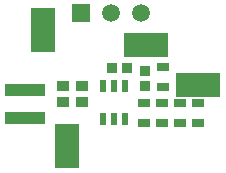
<source format=gbr>
%TF.GenerationSoftware,Altium Limited,Altium Designer,22.7.1 (60)*%
G04 Layer_Color=255*
%FSLAX45Y45*%
%MOMM*%
%TF.SameCoordinates,68DCCB5C-BDD4-49BB-AA05-A609E45632DA*%
%TF.FilePolarity,Positive*%
%TF.FileFunction,Pads,Top*%
%TF.Part,Single*%
G01*
G75*
%TA.AperFunction,SMDPad,CuDef*%
%ADD10R,0.60000X1.00000*%
%TA.AperFunction,ConnectorPad*%
%ADD11R,1.05000X0.65000*%
%TA.AperFunction,SMDPad,CuDef*%
%ADD12R,2.03000X3.80000*%
%TA.AperFunction,ConnectorPad*%
%ADD13R,0.95000X0.85000*%
%TA.AperFunction,SMDPad,CuDef*%
%ADD14R,1.05000X0.65000*%
%ADD15R,1.00000X0.90000*%
%ADD16R,0.85000X0.95000*%
%ADD17R,3.80000X2.03000*%
%ADD18R,3.40000X0.98000*%
%TA.AperFunction,ComponentPad*%
%ADD21R,1.50000X1.50000*%
%ADD22C,1.50000*%
D10*
X14078200Y3418500D02*
D03*
X14173199D02*
D03*
X14268201D02*
D03*
Y3693500D02*
D03*
X14173199D02*
D03*
X14078200D02*
D03*
D11*
X14884399Y3552100D02*
D03*
Y3382100D02*
D03*
X14584680Y3689440D02*
D03*
Y3859440D02*
D03*
X14579601Y3552100D02*
D03*
Y3382100D02*
D03*
X14732001Y3552100D02*
D03*
Y3382100D02*
D03*
D12*
X13776961Y3185160D02*
D03*
X13573759Y4170680D02*
D03*
D13*
X14439900Y3824200D02*
D03*
Y3694200D02*
D03*
D14*
X14427200Y3552100D02*
D03*
Y3382100D02*
D03*
D15*
X13906500Y3699700D02*
D03*
Y3564700D02*
D03*
X13741400Y3699700D02*
D03*
Y3564700D02*
D03*
D16*
X14157500Y3848100D02*
D03*
X14287500D02*
D03*
D17*
X14884399Y3708400D02*
D03*
X14442439Y4043680D02*
D03*
D18*
X13423900Y3661800D02*
D03*
Y3424800D02*
D03*
D21*
X13893800Y4312920D02*
D03*
D22*
X14147800D02*
D03*
X14401801D02*
D03*
%TF.MD5,e48e06f62d0cb15e2ec974b330825821*%
M02*

</source>
